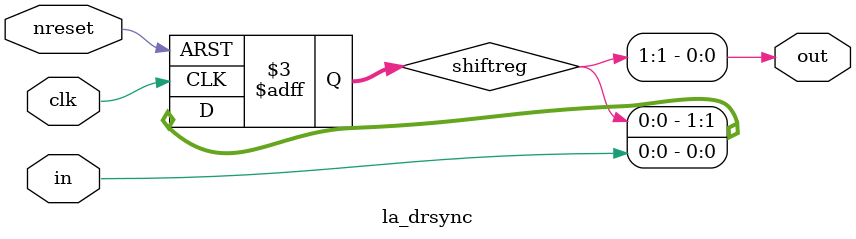
<source format=v>
module la_drsync
  #(parameter PROP = "DEFAULT")
   (
    input  clk,    // clock
    input  in,     // input data
    input  nreset, // async active low reset
    output out     // synchronized data
    );

   localparam STAGES=2;

   reg [STAGES-1:0] shiftreg;

   always @ (posedge clk or negedge nreset)
     if(!nreset)
       shiftreg[STAGES-1:0] <= 'b0;
     else
       shiftreg[STAGES-1:0] <= {shiftreg[STAGES-2:0],in};

   assign out = shiftreg[STAGES-1];

endmodule

</source>
